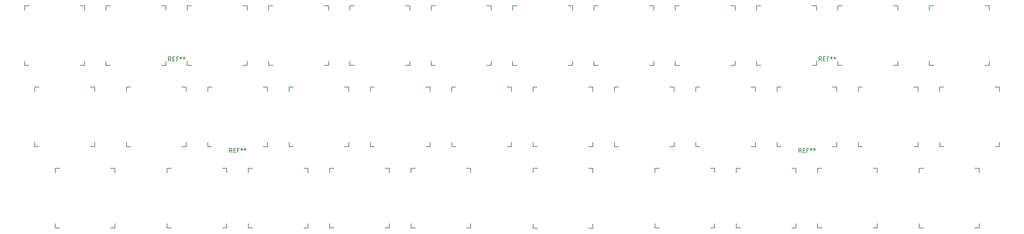
<source format=gto>
G04 #@! TF.GenerationSoftware,KiCad,Pcbnew,5.1.4+dfsg1-1*
G04 #@! TF.CreationDate,2020-03-31T10:31:59+02:00*
G04 #@! TF.ProjectId,alpha34,616c7068-6133-4342-9e6b-696361645f70,rev?*
G04 #@! TF.SameCoordinates,Original*
G04 #@! TF.FileFunction,Legend,Top*
G04 #@! TF.FilePolarity,Positive*
%FSLAX46Y46*%
G04 Gerber Fmt 4.6, Leading zero omitted, Abs format (unit mm)*
G04 Created by KiCad (PCBNEW 5.1.4+dfsg1-1) date 2020-03-31 10:31:59*
%MOMM*%
%LPD*%
G04 APERTURE LIST*
%ADD10C,0.150000*%
%ADD11O,1.802000X2.802000*%
%ADD12C,4.502000*%
%ADD13C,1.803800*%
%ADD14C,4.089800*%
%ADD15C,3.102000*%
%ADD16C,3.150000*%
G04 APERTURE END LIST*
D10*
X116031250Y-104631250D02*
X116031250Y-103631250D01*
X117031250Y-90631250D02*
X116031250Y-90631250D01*
X116031250Y-104631250D02*
X117031250Y-104631250D01*
X116031250Y-91631250D02*
X116031250Y-90631250D01*
X130031250Y-90631250D02*
X130031250Y-91631250D01*
X129031250Y-104631250D02*
X130031250Y-104631250D01*
X130031250Y-90631250D02*
X129031250Y-90631250D01*
X130031250Y-103631250D02*
X130031250Y-104631250D01*
X244618750Y-123681250D02*
X244618750Y-122681250D01*
X245618750Y-109681250D02*
X244618750Y-109681250D01*
X244618750Y-123681250D02*
X245618750Y-123681250D01*
X244618750Y-110681250D02*
X244618750Y-109681250D01*
X258618750Y-109681250D02*
X258618750Y-110681250D01*
X257618750Y-123681250D02*
X258618750Y-123681250D01*
X258618750Y-109681250D02*
X257618750Y-109681250D01*
X258618750Y-122681250D02*
X258618750Y-123681250D01*
X154163000Y-123713000D02*
X154163000Y-122713000D01*
X155163000Y-109713000D02*
X154163000Y-109713000D01*
X154163000Y-123713000D02*
X155163000Y-123713000D01*
X154163000Y-110713000D02*
X154163000Y-109713000D01*
X168163000Y-109713000D02*
X168163000Y-110713000D01*
X167163000Y-123713000D02*
X168163000Y-123713000D01*
X168163000Y-109713000D02*
X167163000Y-109713000D01*
X168163000Y-122713000D02*
X168163000Y-123713000D01*
X42212500Y-123681250D02*
X42212500Y-122681250D01*
X43212500Y-109681250D02*
X42212500Y-109681250D01*
X42212500Y-123681250D02*
X43212500Y-123681250D01*
X42212500Y-110681250D02*
X42212500Y-109681250D01*
X56212500Y-109681250D02*
X56212500Y-110681250D01*
X55212500Y-123681250D02*
X56212500Y-123681250D01*
X56212500Y-109681250D02*
X55212500Y-109681250D01*
X56212500Y-122681250D02*
X56212500Y-123681250D01*
X37450000Y-104631250D02*
X37450000Y-103631250D01*
X38450000Y-90631250D02*
X37450000Y-90631250D01*
X37450000Y-104631250D02*
X38450000Y-104631250D01*
X37450000Y-91631250D02*
X37450000Y-90631250D01*
X51450000Y-90631250D02*
X51450000Y-91631250D01*
X50450000Y-104631250D02*
X51450000Y-104631250D01*
X51450000Y-90631250D02*
X50450000Y-90631250D01*
X51450000Y-103631250D02*
X51450000Y-104631250D01*
X247000000Y-85581250D02*
X247000000Y-84581250D01*
X248000000Y-71581250D02*
X247000000Y-71581250D01*
X247000000Y-85581250D02*
X248000000Y-85581250D01*
X247000000Y-72581250D02*
X247000000Y-71581250D01*
X261000000Y-71581250D02*
X261000000Y-72581250D01*
X260000000Y-85581250D02*
X261000000Y-85581250D01*
X261000000Y-71581250D02*
X260000000Y-71581250D01*
X261000000Y-84581250D02*
X261000000Y-85581250D01*
X220806250Y-123681250D02*
X220806250Y-122681250D01*
X221806250Y-109681250D02*
X220806250Y-109681250D01*
X220806250Y-123681250D02*
X221806250Y-123681250D01*
X220806250Y-110681250D02*
X220806250Y-109681250D01*
X234806250Y-109681250D02*
X234806250Y-110681250D01*
X233806250Y-123681250D02*
X234806250Y-123681250D01*
X234806250Y-109681250D02*
X233806250Y-109681250D01*
X234806250Y-122681250D02*
X234806250Y-123681250D01*
X201756250Y-123681250D02*
X201756250Y-122681250D01*
X202756250Y-109681250D02*
X201756250Y-109681250D01*
X201756250Y-123681250D02*
X202756250Y-123681250D01*
X201756250Y-110681250D02*
X201756250Y-109681250D01*
X215756250Y-109681250D02*
X215756250Y-110681250D01*
X214756250Y-123681250D02*
X215756250Y-123681250D01*
X215756250Y-109681250D02*
X214756250Y-109681250D01*
X215756250Y-122681250D02*
X215756250Y-123681250D01*
X182706250Y-123681250D02*
X182706250Y-122681250D01*
X183706250Y-109681250D02*
X182706250Y-109681250D01*
X182706250Y-123681250D02*
X183706250Y-123681250D01*
X182706250Y-110681250D02*
X182706250Y-109681250D01*
X196706250Y-109681250D02*
X196706250Y-110681250D01*
X195706250Y-123681250D02*
X196706250Y-123681250D01*
X196706250Y-109681250D02*
X195706250Y-109681250D01*
X196706250Y-122681250D02*
X196706250Y-123681250D01*
X125556250Y-123681250D02*
X125556250Y-122681250D01*
X126556250Y-109681250D02*
X125556250Y-109681250D01*
X125556250Y-123681250D02*
X126556250Y-123681250D01*
X125556250Y-110681250D02*
X125556250Y-109681250D01*
X139556250Y-109681250D02*
X139556250Y-110681250D01*
X138556250Y-123681250D02*
X139556250Y-123681250D01*
X139556250Y-109681250D02*
X138556250Y-109681250D01*
X139556250Y-122681250D02*
X139556250Y-123681250D01*
X106506250Y-123681250D02*
X106506250Y-122681250D01*
X107506250Y-109681250D02*
X106506250Y-109681250D01*
X106506250Y-123681250D02*
X107506250Y-123681250D01*
X106506250Y-110681250D02*
X106506250Y-109681250D01*
X120506250Y-109681250D02*
X120506250Y-110681250D01*
X119506250Y-123681250D02*
X120506250Y-123681250D01*
X120506250Y-109681250D02*
X119506250Y-109681250D01*
X120506250Y-122681250D02*
X120506250Y-123681250D01*
X87456250Y-123681250D02*
X87456250Y-122681250D01*
X88456250Y-109681250D02*
X87456250Y-109681250D01*
X87456250Y-123681250D02*
X88456250Y-123681250D01*
X87456250Y-110681250D02*
X87456250Y-109681250D01*
X101456250Y-109681250D02*
X101456250Y-110681250D01*
X100456250Y-123681250D02*
X101456250Y-123681250D01*
X101456250Y-109681250D02*
X100456250Y-109681250D01*
X101456250Y-122681250D02*
X101456250Y-123681250D01*
X68406250Y-123681250D02*
X68406250Y-122681250D01*
X69406250Y-109681250D02*
X68406250Y-109681250D01*
X68406250Y-123681250D02*
X69406250Y-123681250D01*
X68406250Y-110681250D02*
X68406250Y-109681250D01*
X82406250Y-109681250D02*
X82406250Y-110681250D01*
X81406250Y-123681250D02*
X82406250Y-123681250D01*
X82406250Y-109681250D02*
X81406250Y-109681250D01*
X82406250Y-122681250D02*
X82406250Y-123681250D01*
X249381250Y-104631250D02*
X249381250Y-103631250D01*
X250381250Y-90631250D02*
X249381250Y-90631250D01*
X249381250Y-104631250D02*
X250381250Y-104631250D01*
X249381250Y-91631250D02*
X249381250Y-90631250D01*
X263381250Y-90631250D02*
X263381250Y-91631250D01*
X262381250Y-104631250D02*
X263381250Y-104631250D01*
X263381250Y-90631250D02*
X262381250Y-90631250D01*
X263381250Y-103631250D02*
X263381250Y-104631250D01*
X244331250Y-90631250D02*
X244331250Y-91631250D01*
X243331250Y-104631250D02*
X244331250Y-104631250D01*
X244331250Y-90631250D02*
X243331250Y-90631250D01*
X244331250Y-103631250D02*
X244331250Y-104631250D01*
X230331250Y-104631250D02*
X230331250Y-103631250D01*
X231331250Y-90631250D02*
X230331250Y-90631250D01*
X230331250Y-104631250D02*
X231331250Y-104631250D01*
X230331250Y-91631250D02*
X230331250Y-90631250D01*
X211281250Y-104631250D02*
X211281250Y-103631250D01*
X212281250Y-90631250D02*
X211281250Y-90631250D01*
X211281250Y-104631250D02*
X212281250Y-104631250D01*
X211281250Y-91631250D02*
X211281250Y-90631250D01*
X225281250Y-90631250D02*
X225281250Y-91631250D01*
X224281250Y-104631250D02*
X225281250Y-104631250D01*
X225281250Y-90631250D02*
X224281250Y-90631250D01*
X225281250Y-103631250D02*
X225281250Y-104631250D01*
X192231250Y-104631250D02*
X192231250Y-103631250D01*
X193231250Y-90631250D02*
X192231250Y-90631250D01*
X192231250Y-104631250D02*
X193231250Y-104631250D01*
X192231250Y-91631250D02*
X192231250Y-90631250D01*
X206231250Y-90631250D02*
X206231250Y-91631250D01*
X205231250Y-104631250D02*
X206231250Y-104631250D01*
X206231250Y-90631250D02*
X205231250Y-90631250D01*
X206231250Y-103631250D02*
X206231250Y-104631250D01*
X173181250Y-104631250D02*
X173181250Y-103631250D01*
X174181250Y-90631250D02*
X173181250Y-90631250D01*
X173181250Y-104631250D02*
X174181250Y-104631250D01*
X173181250Y-91631250D02*
X173181250Y-90631250D01*
X187181250Y-90631250D02*
X187181250Y-91631250D01*
X186181250Y-104631250D02*
X187181250Y-104631250D01*
X187181250Y-90631250D02*
X186181250Y-90631250D01*
X187181250Y-103631250D02*
X187181250Y-104631250D01*
X154131250Y-104631250D02*
X154131250Y-103631250D01*
X155131250Y-90631250D02*
X154131250Y-90631250D01*
X154131250Y-104631250D02*
X155131250Y-104631250D01*
X154131250Y-91631250D02*
X154131250Y-90631250D01*
X168131250Y-90631250D02*
X168131250Y-91631250D01*
X167131250Y-104631250D02*
X168131250Y-104631250D01*
X168131250Y-90631250D02*
X167131250Y-90631250D01*
X168131250Y-103631250D02*
X168131250Y-104631250D01*
X135081250Y-104631250D02*
X135081250Y-103631250D01*
X136081250Y-90631250D02*
X135081250Y-90631250D01*
X135081250Y-104631250D02*
X136081250Y-104631250D01*
X135081250Y-91631250D02*
X135081250Y-90631250D01*
X149081250Y-90631250D02*
X149081250Y-91631250D01*
X148081250Y-104631250D02*
X149081250Y-104631250D01*
X149081250Y-90631250D02*
X148081250Y-90631250D01*
X149081250Y-103631250D02*
X149081250Y-104631250D01*
X96981250Y-104631250D02*
X96981250Y-103631250D01*
X97981250Y-90631250D02*
X96981250Y-90631250D01*
X96981250Y-104631250D02*
X97981250Y-104631250D01*
X96981250Y-91631250D02*
X96981250Y-90631250D01*
X110981250Y-90631250D02*
X110981250Y-91631250D01*
X109981250Y-104631250D02*
X110981250Y-104631250D01*
X110981250Y-90631250D02*
X109981250Y-90631250D01*
X110981250Y-103631250D02*
X110981250Y-104631250D01*
X77931250Y-104631250D02*
X77931250Y-103631250D01*
X78931250Y-90631250D02*
X77931250Y-90631250D01*
X77931250Y-104631250D02*
X78931250Y-104631250D01*
X77931250Y-91631250D02*
X77931250Y-90631250D01*
X91931250Y-90631250D02*
X91931250Y-91631250D01*
X90931250Y-104631250D02*
X91931250Y-104631250D01*
X91931250Y-90631250D02*
X90931250Y-90631250D01*
X91931250Y-103631250D02*
X91931250Y-104631250D01*
X58881250Y-104631250D02*
X58881250Y-103631250D01*
X59881250Y-90631250D02*
X58881250Y-90631250D01*
X58881250Y-104631250D02*
X59881250Y-104631250D01*
X58881250Y-91631250D02*
X58881250Y-90631250D01*
X72881250Y-90631250D02*
X72881250Y-91631250D01*
X71881250Y-104631250D02*
X72881250Y-104631250D01*
X72881250Y-90631250D02*
X71881250Y-90631250D01*
X72881250Y-103631250D02*
X72881250Y-104631250D01*
X225568750Y-85581250D02*
X225568750Y-84581250D01*
X226568750Y-71581250D02*
X225568750Y-71581250D01*
X225568750Y-85581250D02*
X226568750Y-85581250D01*
X225568750Y-72581250D02*
X225568750Y-71581250D01*
X239568750Y-71581250D02*
X239568750Y-72581250D01*
X238568750Y-85581250D02*
X239568750Y-85581250D01*
X239568750Y-71581250D02*
X238568750Y-71581250D01*
X239568750Y-84581250D02*
X239568750Y-85581250D01*
X206518750Y-85581250D02*
X206518750Y-84581250D01*
X207518750Y-71581250D02*
X206518750Y-71581250D01*
X206518750Y-85581250D02*
X207518750Y-85581250D01*
X206518750Y-72581250D02*
X206518750Y-71581250D01*
X220518750Y-71581250D02*
X220518750Y-72581250D01*
X219518750Y-85581250D02*
X220518750Y-85581250D01*
X220518750Y-71581250D02*
X219518750Y-71581250D01*
X220518750Y-84581250D02*
X220518750Y-85581250D01*
X187468750Y-85581250D02*
X187468750Y-84581250D01*
X188468750Y-71581250D02*
X187468750Y-71581250D01*
X187468750Y-85581250D02*
X188468750Y-85581250D01*
X187468750Y-72581250D02*
X187468750Y-71581250D01*
X201468750Y-71581250D02*
X201468750Y-72581250D01*
X200468750Y-85581250D02*
X201468750Y-85581250D01*
X201468750Y-71581250D02*
X200468750Y-71581250D01*
X201468750Y-84581250D02*
X201468750Y-85581250D01*
X168418750Y-85581250D02*
X168418750Y-84581250D01*
X169418750Y-71581250D02*
X168418750Y-71581250D01*
X168418750Y-85581250D02*
X169418750Y-85581250D01*
X168418750Y-72581250D02*
X168418750Y-71581250D01*
X182418750Y-71581250D02*
X182418750Y-72581250D01*
X181418750Y-85581250D02*
X182418750Y-85581250D01*
X182418750Y-71581250D02*
X181418750Y-71581250D01*
X182418750Y-84581250D02*
X182418750Y-85581250D01*
X149368750Y-85581250D02*
X149368750Y-84581250D01*
X150368750Y-71581250D02*
X149368750Y-71581250D01*
X149368750Y-85581250D02*
X150368750Y-85581250D01*
X149368750Y-72581250D02*
X149368750Y-71581250D01*
X163368750Y-71581250D02*
X163368750Y-72581250D01*
X162368750Y-85581250D02*
X163368750Y-85581250D01*
X163368750Y-71581250D02*
X162368750Y-71581250D01*
X163368750Y-84581250D02*
X163368750Y-85581250D01*
X130318750Y-85581250D02*
X130318750Y-84581250D01*
X131318750Y-71581250D02*
X130318750Y-71581250D01*
X130318750Y-85581250D02*
X131318750Y-85581250D01*
X130318750Y-72581250D02*
X130318750Y-71581250D01*
X144318750Y-71581250D02*
X144318750Y-72581250D01*
X143318750Y-85581250D02*
X144318750Y-85581250D01*
X144318750Y-71581250D02*
X143318750Y-71581250D01*
X144318750Y-84581250D02*
X144318750Y-85581250D01*
X111268750Y-85581250D02*
X111268750Y-84581250D01*
X112268750Y-71581250D02*
X111268750Y-71581250D01*
X111268750Y-85581250D02*
X112268750Y-85581250D01*
X111268750Y-72581250D02*
X111268750Y-71581250D01*
X125268750Y-71581250D02*
X125268750Y-72581250D01*
X124268750Y-85581250D02*
X125268750Y-85581250D01*
X125268750Y-71581250D02*
X124268750Y-71581250D01*
X125268750Y-84581250D02*
X125268750Y-85581250D01*
X92218750Y-85581250D02*
X92218750Y-84581250D01*
X93218750Y-71581250D02*
X92218750Y-71581250D01*
X92218750Y-85581250D02*
X93218750Y-85581250D01*
X92218750Y-72581250D02*
X92218750Y-71581250D01*
X106218750Y-71581250D02*
X106218750Y-72581250D01*
X105218750Y-85581250D02*
X106218750Y-85581250D01*
X106218750Y-71581250D02*
X105218750Y-71581250D01*
X106218750Y-84581250D02*
X106218750Y-85581250D01*
X73168750Y-85581250D02*
X73168750Y-84581250D01*
X74168750Y-71581250D02*
X73168750Y-71581250D01*
X73168750Y-85581250D02*
X74168750Y-85581250D01*
X73168750Y-72581250D02*
X73168750Y-71581250D01*
X87168750Y-71581250D02*
X87168750Y-72581250D01*
X86168750Y-85581250D02*
X87168750Y-85581250D01*
X87168750Y-71581250D02*
X86168750Y-71581250D01*
X87168750Y-84581250D02*
X87168750Y-85581250D01*
X54118750Y-85581250D02*
X54118750Y-84581250D01*
X55118750Y-71581250D02*
X54118750Y-71581250D01*
X54118750Y-85581250D02*
X55118750Y-85581250D01*
X54118750Y-72581250D02*
X54118750Y-71581250D01*
X68118750Y-71581250D02*
X68118750Y-72581250D01*
X67118750Y-85581250D02*
X68118750Y-85581250D01*
X68118750Y-71581250D02*
X67118750Y-71581250D01*
X68118750Y-84581250D02*
X68118750Y-85581250D01*
X35068750Y-85581250D02*
X35068750Y-84581250D01*
X36068750Y-71581250D02*
X35068750Y-71581250D01*
X35068750Y-85581250D02*
X36068750Y-85581250D01*
X35068750Y-72581250D02*
X35068750Y-71581250D01*
X49068750Y-71581250D02*
X49068750Y-72581250D01*
X48068750Y-85581250D02*
X49068750Y-85581250D01*
X49068750Y-71581250D02*
X48068750Y-71581250D01*
X49068750Y-84581250D02*
X49068750Y-85581250D01*
X216947916Y-105996130D02*
X216614583Y-105519940D01*
X216376488Y-105996130D02*
X216376488Y-104996130D01*
X216757440Y-104996130D01*
X216852678Y-105043750D01*
X216900297Y-105091369D01*
X216947916Y-105186607D01*
X216947916Y-105329464D01*
X216900297Y-105424702D01*
X216852678Y-105472321D01*
X216757440Y-105519940D01*
X216376488Y-105519940D01*
X217376488Y-105472321D02*
X217709821Y-105472321D01*
X217852678Y-105996130D02*
X217376488Y-105996130D01*
X217376488Y-104996130D01*
X217852678Y-104996130D01*
X218614583Y-105472321D02*
X218281250Y-105472321D01*
X218281250Y-105996130D02*
X218281250Y-104996130D01*
X218757440Y-104996130D01*
X219281250Y-104996130D02*
X219281250Y-105234226D01*
X219043154Y-105138988D02*
X219281250Y-105234226D01*
X219519345Y-105138988D01*
X219138392Y-105424702D02*
X219281250Y-105234226D01*
X219424107Y-105424702D01*
X220043154Y-104996130D02*
X220043154Y-105234226D01*
X219805059Y-105138988D02*
X220043154Y-105234226D01*
X220281250Y-105138988D01*
X219900297Y-105424702D02*
X220043154Y-105234226D01*
X220186011Y-105424702D01*
X83597916Y-105996130D02*
X83264583Y-105519940D01*
X83026488Y-105996130D02*
X83026488Y-104996130D01*
X83407440Y-104996130D01*
X83502678Y-105043750D01*
X83550297Y-105091369D01*
X83597916Y-105186607D01*
X83597916Y-105329464D01*
X83550297Y-105424702D01*
X83502678Y-105472321D01*
X83407440Y-105519940D01*
X83026488Y-105519940D01*
X84026488Y-105472321D02*
X84359821Y-105472321D01*
X84502678Y-105996130D02*
X84026488Y-105996130D01*
X84026488Y-104996130D01*
X84502678Y-104996130D01*
X85264583Y-105472321D02*
X84931250Y-105472321D01*
X84931250Y-105996130D02*
X84931250Y-104996130D01*
X85407440Y-104996130D01*
X85931250Y-104996130D02*
X85931250Y-105234226D01*
X85693154Y-105138988D02*
X85931250Y-105234226D01*
X86169345Y-105138988D01*
X85788392Y-105424702D02*
X85931250Y-105234226D01*
X86074107Y-105424702D01*
X86693154Y-104996130D02*
X86693154Y-105234226D01*
X86455059Y-105138988D02*
X86693154Y-105234226D01*
X86931250Y-105138988D01*
X86550297Y-105424702D02*
X86693154Y-105234226D01*
X86836011Y-105424702D01*
X221710416Y-84564880D02*
X221377083Y-84088690D01*
X221138988Y-84564880D02*
X221138988Y-83564880D01*
X221519940Y-83564880D01*
X221615178Y-83612500D01*
X221662797Y-83660119D01*
X221710416Y-83755357D01*
X221710416Y-83898214D01*
X221662797Y-83993452D01*
X221615178Y-84041071D01*
X221519940Y-84088690D01*
X221138988Y-84088690D01*
X222138988Y-84041071D02*
X222472321Y-84041071D01*
X222615178Y-84564880D02*
X222138988Y-84564880D01*
X222138988Y-83564880D01*
X222615178Y-83564880D01*
X223377083Y-84041071D02*
X223043750Y-84041071D01*
X223043750Y-84564880D02*
X223043750Y-83564880D01*
X223519940Y-83564880D01*
X224043750Y-83564880D02*
X224043750Y-83802976D01*
X223805654Y-83707738D02*
X224043750Y-83802976D01*
X224281845Y-83707738D01*
X223900892Y-83993452D02*
X224043750Y-83802976D01*
X224186607Y-83993452D01*
X224805654Y-83564880D02*
X224805654Y-83802976D01*
X224567559Y-83707738D02*
X224805654Y-83802976D01*
X225043750Y-83707738D01*
X224662797Y-83993452D02*
X224805654Y-83802976D01*
X224948511Y-83993452D01*
X69310416Y-84564880D02*
X68977083Y-84088690D01*
X68738988Y-84564880D02*
X68738988Y-83564880D01*
X69119940Y-83564880D01*
X69215178Y-83612500D01*
X69262797Y-83660119D01*
X69310416Y-83755357D01*
X69310416Y-83898214D01*
X69262797Y-83993452D01*
X69215178Y-84041071D01*
X69119940Y-84088690D01*
X68738988Y-84088690D01*
X69738988Y-84041071D02*
X70072321Y-84041071D01*
X70215178Y-84564880D02*
X69738988Y-84564880D01*
X69738988Y-83564880D01*
X70215178Y-83564880D01*
X70977083Y-84041071D02*
X70643750Y-84041071D01*
X70643750Y-84564880D02*
X70643750Y-83564880D01*
X71119940Y-83564880D01*
X71643750Y-83564880D02*
X71643750Y-83802976D01*
X71405654Y-83707738D02*
X71643750Y-83802976D01*
X71881845Y-83707738D01*
X71500892Y-83993452D02*
X71643750Y-83802976D01*
X71786607Y-83993452D01*
X72405654Y-83564880D02*
X72405654Y-83802976D01*
X72167559Y-83707738D02*
X72405654Y-83802976D01*
X72643750Y-83707738D01*
X72262797Y-83993452D02*
X72405654Y-83802976D01*
X72548511Y-83993452D01*
%LPC*%
D11*
X240031250Y-74477000D03*
X247331250Y-74477000D03*
X247331250Y-69977000D03*
X240031250Y-69977000D03*
D12*
X218281250Y-108743750D03*
X84931250Y-108743750D03*
X223043750Y-87312500D03*
X70643750Y-87312500D03*
D13*
X128111250Y-97631250D03*
X117951250Y-97631250D03*
D14*
X123031250Y-97631250D03*
D15*
X126841250Y-100171250D03*
X120491250Y-102711250D03*
D16*
X173031250Y-123666250D03*
X149231250Y-123666250D03*
D14*
X173031250Y-108426250D03*
X149231250Y-108426250D03*
D13*
X256698750Y-116681250D03*
X246538750Y-116681250D03*
D14*
X251618750Y-116681250D03*
D15*
X255428750Y-119221250D03*
X249078750Y-121761250D03*
D13*
X166243000Y-116713000D03*
X156083000Y-116713000D03*
D14*
X161163000Y-116713000D03*
D15*
X164973000Y-119253000D03*
X158623000Y-121793000D03*
D13*
X54292500Y-116681250D03*
X44132500Y-116681250D03*
D14*
X49212500Y-116681250D03*
D15*
X53022500Y-119221250D03*
X46672500Y-121761250D03*
D13*
X49530000Y-97631250D03*
X39370000Y-97631250D03*
D14*
X44450000Y-97631250D03*
D15*
X48260000Y-100171250D03*
X41910000Y-102711250D03*
D13*
X259080000Y-78581250D03*
X248920000Y-78581250D03*
D14*
X254000000Y-78581250D03*
D15*
X257810000Y-81121250D03*
X251460000Y-83661250D03*
D13*
X232886250Y-116681250D03*
X222726250Y-116681250D03*
D14*
X227806250Y-116681250D03*
D15*
X231616250Y-119221250D03*
X225266250Y-121761250D03*
D13*
X213836250Y-116681250D03*
X203676250Y-116681250D03*
D14*
X208756250Y-116681250D03*
D15*
X212566250Y-119221250D03*
X206216250Y-121761250D03*
D13*
X194786250Y-116681250D03*
X184626250Y-116681250D03*
D14*
X189706250Y-116681250D03*
D15*
X193516250Y-119221250D03*
X187166250Y-121761250D03*
D13*
X137636250Y-116681250D03*
X127476250Y-116681250D03*
D14*
X132556250Y-116681250D03*
D15*
X136366250Y-119221250D03*
X130016250Y-121761250D03*
D13*
X118586250Y-116681250D03*
X108426250Y-116681250D03*
D14*
X113506250Y-116681250D03*
D15*
X117316250Y-119221250D03*
X110966250Y-121761250D03*
D13*
X99536250Y-116681250D03*
X89376250Y-116681250D03*
D14*
X94456250Y-116681250D03*
D15*
X98266250Y-119221250D03*
X91916250Y-121761250D03*
D13*
X80486250Y-116681250D03*
X70326250Y-116681250D03*
D14*
X75406250Y-116681250D03*
D15*
X79216250Y-119221250D03*
X72866250Y-121761250D03*
D13*
X261461250Y-97631250D03*
X251301250Y-97631250D03*
D14*
X256381250Y-97631250D03*
D15*
X260191250Y-100171250D03*
X253841250Y-102711250D03*
D13*
X232251250Y-97631250D03*
X242411250Y-97631250D03*
D14*
X237331250Y-97631250D03*
D15*
X233521250Y-95091250D03*
X239871250Y-92551250D03*
D13*
X223361250Y-97631250D03*
X213201250Y-97631250D03*
D14*
X218281250Y-97631250D03*
D15*
X222091250Y-100171250D03*
X215741250Y-102711250D03*
D13*
X204311250Y-97631250D03*
X194151250Y-97631250D03*
D14*
X199231250Y-97631250D03*
D15*
X203041250Y-100171250D03*
X196691250Y-102711250D03*
D13*
X185261250Y-97631250D03*
X175101250Y-97631250D03*
D14*
X180181250Y-97631250D03*
D15*
X183991250Y-100171250D03*
X177641250Y-102711250D03*
D13*
X166211250Y-97631250D03*
X156051250Y-97631250D03*
D14*
X161131250Y-97631250D03*
D15*
X164941250Y-100171250D03*
X158591250Y-102711250D03*
D13*
X147161250Y-97631250D03*
X137001250Y-97631250D03*
D14*
X142081250Y-97631250D03*
D15*
X145891250Y-100171250D03*
X139541250Y-102711250D03*
D13*
X109061250Y-97631250D03*
X98901250Y-97631250D03*
D14*
X103981250Y-97631250D03*
D15*
X107791250Y-100171250D03*
X101441250Y-102711250D03*
D13*
X90011250Y-97631250D03*
X79851250Y-97631250D03*
D14*
X84931250Y-97631250D03*
D15*
X88741250Y-100171250D03*
X82391250Y-102711250D03*
D13*
X70961250Y-97631250D03*
X60801250Y-97631250D03*
D14*
X65881250Y-97631250D03*
D15*
X69691250Y-100171250D03*
X63341250Y-102711250D03*
D13*
X237648750Y-78581250D03*
X227488750Y-78581250D03*
D14*
X232568750Y-78581250D03*
D15*
X236378750Y-81121250D03*
X230028750Y-83661250D03*
D13*
X218598750Y-78581250D03*
X208438750Y-78581250D03*
D14*
X213518750Y-78581250D03*
D15*
X217328750Y-81121250D03*
X210978750Y-83661250D03*
D13*
X199548750Y-78581250D03*
X189388750Y-78581250D03*
D14*
X194468750Y-78581250D03*
D15*
X198278750Y-81121250D03*
X191928750Y-83661250D03*
D13*
X180498750Y-78581250D03*
X170338750Y-78581250D03*
D14*
X175418750Y-78581250D03*
D15*
X179228750Y-81121250D03*
X172878750Y-83661250D03*
D13*
X161448750Y-78581250D03*
X151288750Y-78581250D03*
D14*
X156368750Y-78581250D03*
D15*
X160178750Y-81121250D03*
X153828750Y-83661250D03*
D13*
X142398750Y-78581250D03*
X132238750Y-78581250D03*
D14*
X137318750Y-78581250D03*
D15*
X141128750Y-81121250D03*
X134778750Y-83661250D03*
D13*
X123348750Y-78581250D03*
X113188750Y-78581250D03*
D14*
X118268750Y-78581250D03*
D15*
X122078750Y-81121250D03*
X115728750Y-83661250D03*
D13*
X104298750Y-78581250D03*
X94138750Y-78581250D03*
D14*
X99218750Y-78581250D03*
D15*
X103028750Y-81121250D03*
X96678750Y-83661250D03*
D13*
X85248750Y-78581250D03*
X75088750Y-78581250D03*
D14*
X80168750Y-78581250D03*
D15*
X83978750Y-81121250D03*
X77628750Y-83661250D03*
D13*
X66198750Y-78581250D03*
X56038750Y-78581250D03*
D14*
X61118750Y-78581250D03*
D15*
X64928750Y-81121250D03*
X58578750Y-83661250D03*
D13*
X47148750Y-78581250D03*
X36988750Y-78581250D03*
D14*
X42068750Y-78581250D03*
D15*
X45878750Y-81121250D03*
X39528750Y-83661250D03*
M02*

</source>
